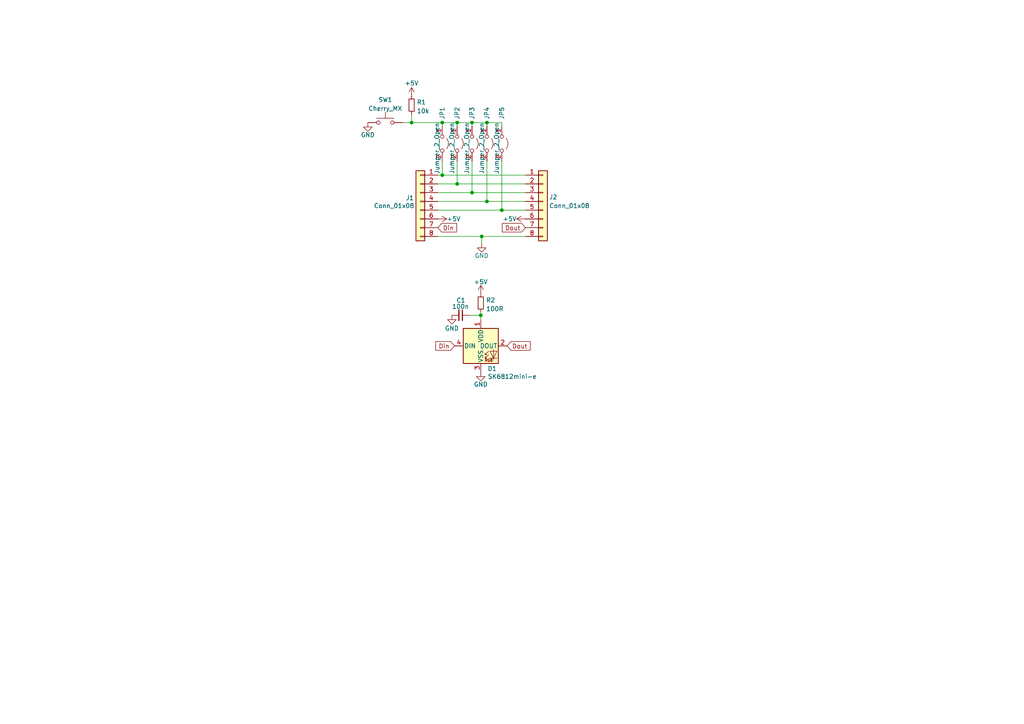
<source format=kicad_sch>
(kicad_sch (version 20211123) (generator eeschema)
  (paper "A4")
  (lib_symbols
    (symbol "Connector_Generic:Conn_01x08" (pin_names (offset 1.016) hide)
      (property "Reference" "J" (at 0 10.16 0))
      (property "Value" "Conn_01x08" (at 0 -12.7 0))
      (symbol "Conn_01x08_1_1"
        (rectangle (start -1.27 -10.033) (end 0 -10.287) (stroke (width 0.1524)))
        (rectangle (start -1.27 -7.493) (end 0 -7.747) (stroke (width 0.1524)))
        (rectangle (start -1.27 -4.953) (end 0 -5.207) (stroke (width 0.1524)))
        (rectangle (start -1.27 -2.413) (end 0 -2.667) (stroke (width 0.1524)))
        (rectangle (start -1.27 0.127) (end 0 -0.127) (stroke (width 0.1524)))
        (rectangle (start -1.27 2.667) (end 0 2.413) (stroke (width 0.1524)))
        (rectangle (start -1.27 5.207) (end 0 4.953) (stroke (width 0.1524)))
        (rectangle (start -1.27 7.747) (end 0 7.493) (stroke (width 0.1524)))
        (rectangle (start -1.27 8.89) (end 1.27 -11.43) (stroke (width 0.254)) (fill (type background)))
        (pin passive line (at -5.08 7.62 0) (length 3.81) (name "Pin_1") (number "1"))
        (pin passive line (at -5.08 5.08 0) (length 3.81) (name "Pin_2") (number "2"))
        (pin passive line (at -5.08 2.54 0) (length 3.81) (name "Pin_3") (number "3"))
        (pin passive line (at -5.08 0 0) (length 3.81) (name "Pin_4") (number "4"))
        (pin passive line (at -5.08 -2.54 0) (length 3.81) (name "Pin_5") (number "5"))
        (pin passive line (at -5.08 -5.08 0) (length 3.81) (name "Pin_6") (number "6"))
        (pin passive line (at -5.08 -7.62 0) (length 3.81) (name "Pin_7") (number "7"))
        (pin passive line (at -5.08 -10.16 0) (length 3.81) (name "Pin_8") (number "8"))
      )
    )
    (symbol "Device:C_Small" (pin_numbers hide) (pin_names (offset 0.254) hide)
      (property "Reference" "C" (at 0.254 1.778 0))
      (property "Value" "C_Small" (at 0.254 -2.032 0))
      (symbol "C_Small_0_1"
        (polyline (pts (xy -1.524 -0.508) (xy 1.524 -0.508)) (stroke (width 0.3302)))
        (polyline (pts (xy -1.524 0.508) (xy 1.524 0.508)) (stroke (width 0.3048)))
      )
      (symbol "C_Small_1_1"
        (pin passive line (at 0 2.54 270) (length 2.032) (name "~") (number "1"))
        (pin passive line (at 0 -2.54 90) (length 2.032) (name "~") (number "2"))
      )
    )
    (symbol "Device:R_Small" (pin_numbers hide) (pin_names (offset 0.254) hide)
      (property "Reference" "R" (at 0.762 0.508 0))
      (property "Value" "R_Small" (at 0.762 -1.016 0))
      (symbol "R_Small_0_1"
        (rectangle (start -0.762 1.778) (end 0.762 -1.778) (stroke (width 0.2032)))
      )
      (symbol "R_Small_1_1"
        (pin passive line (at 0 2.54 270) (length 0.762) (name "~") (number "1"))
        (pin passive line (at 0 -2.54 90) (length 0.762) (name "~") (number "2"))
      )
    )
    (symbol "Jumper:Jumper_2_Open" (pin_names (offset 0) hide)
      (property "Reference" "JP" (at 0 2.794 0))
      (property "Value" "Jumper_2_Open" (at 0 -2.286 0))
      (symbol "Jumper_2_Open_0_0"
        (circle (center -2.032 0) (radius 0.508))
        (circle (center 2.032 0) (radius 0.508))
      )
      (symbol "Jumper_2_Open_0_1"
        (arc (start 1.524 1.27) (mid 0 1.778) (end -1.524 1.27))
      )
      (symbol "Jumper_2_Open_1_1"
        (pin passive line (at -5.08 0 0) (length 2.54) (name "A") (number "1"))
        (pin passive line (at 5.08 0 180) (length 2.54) (name "B") (number "2"))
      )
    )
    (symbol "LED:WS2812B" (pin_names (offset 0.254))
      (property "Reference" "D" (at 5.08 5.715 0))
      (property "Value" "WS2812B" (at 1.27 -5.715 0))
      (symbol "WS2812B_0_0"
        (text "RGB" (at 2.286 -4.191 0) (effects (font (size 0.762 0.762))))
      )
      (symbol "WS2812B_0_1"
        (polyline (pts (xy 1.27 -3.556) (xy 1.778 -3.556)))
        (polyline (pts (xy 1.27 -2.54) (xy 1.778 -2.54)))
        (polyline (pts (xy 4.699 -3.556) (xy 2.667 -3.556)))
        (polyline (pts (xy 2.286 -2.54) (xy 1.27 -3.556) (xy 1.27 -3.048)))
        (polyline (pts (xy 2.286 -1.524) (xy 1.27 -2.54) (xy 1.27 -2.032)))
        (polyline (pts (xy 3.683 -1.016) (xy 3.683 -3.556) (xy 3.683 -4.064)))
        (polyline (pts (xy 4.699 -1.524) (xy 2.667 -1.524) (xy 3.683 -3.556) (xy 4.699 -1.524)))
        (rectangle (start 5.08 5.08) (end -5.08 -5.08) (stroke (width 0.254)) (fill (type background)))
      )
      (symbol "WS2812B_1_1"
        (pin power_in line (at 0 7.62 270) (length 2.54) (name "VDD") (number "1"))
        (pin output line (at 7.62 0 180) (length 2.54) (name "DOUT") (number "2"))
        (pin power_in line (at 0 -7.62 90) (length 2.54) (name "VSS") (number "3"))
        (pin input line (at -7.62 0 0) (length 2.54) (name "DIN") (number "4"))
      )
    )
    (symbol "Switch:SW_Push" (pin_numbers hide) (pin_names (offset 1.016) hide)
      (property "Reference" "SW" (at 1.27 2.54 0))
      (property "Value" "SW_Push" (at 0 -1.524 0))
      (symbol "SW_Push_0_1"
        (circle (center -2.032 0) (radius 0.508))
        (polyline (pts (xy 0 1.27) (xy 0 3.048)))
        (polyline (pts (xy 2.54 1.27) (xy -2.54 1.27)))
        (circle (center 2.032 0) (radius 0.508))
        (pin passive line (at -5.08 0 0) (length 2.54) (name "1") (number "1"))
        (pin passive line (at 5.08 0 180) (length 2.54) (name "2") (number "2"))
      )
    )
    (symbol "power:+5V" (power) (pin_names (offset 0))
      (property "Value" "+5V" (at 0 3.556 0))
      (symbol "+5V_0_1"
        (polyline (pts (xy -0.762 1.27) (xy 0 2.54)))
        (polyline (pts (xy 0 0) (xy 0 2.54)))
        (polyline (pts (xy 0 2.54) (xy 0.762 1.27)))
      )
      (symbol "+5V_1_1"
        (pin power_in line (at 0 0 90) (length 0) hide (name "+5V") (number "1"))
      )
    )
    (symbol "power:GND" (power) (pin_names (offset 0))
      (property "Value" "GND" (at 0 -3.81 0))
      (symbol "GND_0_1"
        (polyline (pts (xy 0 0) (xy 0 -1.27) (xy 1.27 -1.27) (xy 0 -2.54) (xy -1.27 -1.27) (xy 0 -1.27)))
      )
      (symbol "GND_1_1"
        (pin power_in line (at 0 0 270) (length 0) hide (name "GND") (number "1"))
      )
    )
  )
  (junction (at 136.906 55.88))
  (junction (at 132.588 53.34))
  (junction (at 128.27 35.56))
  (junction (at 119.38 35.56))
  (junction (at 132.588 35.56))
  (junction (at 145.542 60.96))
  (junction (at 128.27 50.8))
  (junction (at 136.906 35.56))
  (junction (at 141.224 58.42))
  (junction (at 139.7 68.58))
  (junction (at 141.224 35.56))
  (junction (at 139.446 91.44))
  (wire (pts (xy 127 50.8) (xy 128.27 50.8)))
  (wire (pts (xy 128.27 46.736) (xy 128.27 50.8)))
  (wire (pts (xy 145.542 46.736) (xy 145.542 60.96)))
  (wire (pts (xy 141.224 46.736) (xy 141.224 58.42)))
  (wire (pts (xy 141.224 58.42) (xy 152.4 58.42)))
  (wire (pts (xy 132.588 46.736) (xy 132.588 53.34)))
  (wire (pts (xy 136.906 46.736) (xy 136.906 55.88)))
  (wire (pts (xy 141.224 35.56) (xy 141.224 36.576)))
  (wire (pts (xy 127 60.96) (xy 145.542 60.96)))
  (wire (pts (xy 127 58.42) (xy 141.224 58.42)))
  (wire (pts (xy 127 53.34) (xy 132.588 53.34)))
  (wire (pts (xy 141.224 35.56) (xy 136.906 35.56)))
  (wire (pts (xy 128.27 35.56) (xy 119.38 35.56)))
  (wire (pts (xy 132.588 35.56) (xy 132.588 36.576)))
  (wire (pts (xy 127 55.88) (xy 136.906 55.88)))
  (wire (pts (xy 136.906 55.88) (xy 152.4 55.88)))
  (wire (pts (xy 139.7 68.58) (xy 139.7 70.612)))
  (wire (pts (xy 136.906 35.56) (xy 136.906 36.576)))
  (wire (pts (xy 145.542 36.576) (xy 145.542 35.56)))
  (wire (pts (xy 145.542 60.96) (xy 152.4 60.96)))
  (wire (pts (xy 145.542 35.56) (xy 141.224 35.56)))
  (wire (pts (xy 127 68.58) (xy 139.7 68.58)))
  (wire (pts (xy 119.38 33.02) (xy 119.38 35.56)))
  (wire (pts (xy 132.588 53.34) (xy 152.4 53.34)))
  (wire (pts (xy 128.27 35.56) (xy 128.27 36.576)))
  (wire (pts (xy 119.38 35.56) (xy 116.84 35.56)))
  (wire (pts (xy 139.446 90.424) (xy 139.446 91.44)))
  (wire (pts (xy 139.446 91.44) (xy 139.446 92.71)))
  (wire (pts (xy 136.144 91.44) (xy 139.446 91.44)))
  (wire (pts (xy 128.27 50.8) (xy 152.4 50.8)))
  (wire (pts (xy 132.588 35.56) (xy 128.27 35.56)))
  (wire (pts (xy 136.906 35.56) (xy 132.588 35.56)))
  (wire (pts (xy 139.7 68.58) (xy 152.4 68.58)))
  (global_label "Dout" (shape input) (at 152.4 66.04 180) (property "Intersheet References" "${INTERSHEET_REFS}" (effects hide)))
  (global_label "Din" (shape input) (at 127 66.04 0) (property "Intersheet References" "${INTERSHEET_REFS}" (effects hide)))
  (global_label "Din" (shape input) (at 131.826 100.33 180) (property "Intersheet References" "${INTERSHEET_REFS}" (effects hide)))
  (global_label "Dout" (shape input) (at 147.066 100.33 0) (property "Intersheet References" "${INTERSHEET_REFS}" (effects hide)))
  (symbol (lib_id "Connector_Generic:Conn_01x08") (at 157.48 58.42 0) (unit 1)
    (property "Reference" "J2" (at 159.258 57.15 0) (effects (justify left)))
    (property "Value" "Conn_01x08" (at 159.258 59.69 0) (effects (justify left)))
    (property "Footprint" "Connector_FFC-FPC:JUSHUO AFC11-S08ICC-00" (effects hide))
    (property "LCSC" "C262301" (effects hide))
  )
  (symbol (lib_id "power:+5V") (at 119.38 27.94 0) (mirror y) (unit 1)
    (property "Reference" "#PWR0107" (effects hide))
    (property "Value" "+5V" (at 119.38 24.13 0))
  )
  (symbol (lib_id "power:GND") (at 139.7 70.612 0) (unit 1)
    (property "Reference" "#PWR0101" (effects hide))
    (property "Value" "GND" (at 139.7 74.168 0))
  )
  (symbol (lib_id "Device:R_Small") (at 119.38 30.48 0) (unit 1)
    (property "Reference" "R1" (at 120.8786 29.6453 0) (effects (justify left)))
    (property "Value" "10k" (at 120.8786 32.1822 0) (effects (justify left)))
    (property "Footprint" "Resistor_SMD:R_0402_1005Metric" (effects hide))
    (property "LCSC" "C144807" (effects hide))
  )
  (symbol (lib_id "Connector_Generic:Conn_01x08") (at 121.92 58.42 0) (mirror y) (unit 1)
    (property "Reference" "J1" (at 118.872 57.404 0))
    (property "Value" "Conn_01x08" (at 114.3 59.69 0))
    (property "Footprint" "Connector_FFC-FPC:JUSHUO AFC11-S08ICC-00" (effects hide))
    (property "LCSC" "C262301" (effects hide))
  )
  (symbol (lib_id "power:GND") (at 106.68 35.56 0) (unit 1)
    (property "Reference" "#PWR0106" (effects hide))
    (property "Value" "GND" (at 106.68 39.116 0))
  )
  (symbol (lib_id "power:+5V") (at 139.446 85.344 0) (unit 1)
    (property "Reference" "#PWR0103" (effects hide))
    (property "Value" "+5V" (at 139.446 81.7682 0))
  )
  (symbol (lib_id "Jumper:Jumper_2_Open") (at 141.224 41.656 270) (unit 1) (in_bom no)
    (property "Reference" "JP4" (at 141.224 30.988 0) (effects (justify left)))
    (property "Value" "Jumper_2_Open" (at 139.7 35.56 0) (effects (justify left)))
    (property "Footprint" "Jumper:SolderJumper-2_P1.3mm_Open_Pad1.0x1.5mm" (effects hide))
  )
  (symbol (lib_id "Device:C_Small") (at 133.604 91.44 270) (mirror x) (unit 1)
    (property "Reference" "C1" (at 132.334 87.122 90) (effects (justify left)))
    (property "Value" "100n" (at 131.064 88.9 90) (effects (justify left)))
    (property "Footprint" "Capacitor_SMD:C_0402_1005Metric" (effects hide))
    (property "LCSC" "C60474" (effects hide))
  )
  (symbol (lib_id "power:+5V") (at 152.4 63.5 90) (unit 1)
    (property "Reference" "#PWR0105" (effects hide))
    (property "Value" "+5V" (at 149.86 63.5 90) (effects (justify left)))
  )
  (symbol (lib_id "Jumper:Jumper_2_Open") (at 145.542 41.656 270) (unit 1) (in_bom no)
    (property "Reference" "JP5" (at 145.542 30.988 0) (effects (justify left)))
    (property "Value" "Jumper_2_Open" (at 144.018 35.56 0) (effects (justify left)))
    (property "Footprint" "Jumper:SolderJumper-2_P1.3mm_Open_Pad1.0x1.5mm" (effects hide))
  )
  (symbol (lib_id "Jumper:Jumper_2_Open") (at 136.906 41.656 270) (unit 1) (in_bom no)
    (property "Reference" "JP3" (at 136.906 30.988 0) (effects (justify left)))
    (property "Value" "Jumper_2_Open" (at 135.382 35.56 0) (effects (justify left)))
    (property "Footprint" "Jumper:SolderJumper-2_P1.3mm_Open_Pad1.0x1.5mm" (effects hide))
  )
  (symbol (lib_id "Switch:SW_Push") (at 111.76 35.56 0) (mirror y) (unit 1) (in_bom no)
    (property "Reference" "SW1" (at 111.76 28.9392 0))
    (property "Value" "Cherry_MX" (at 111.76 31.4761 0))
    (property "Footprint" "Button_Switch_Keyboard:SW_Cherry_MX_1.00u_PCB" (effects hide))
  )
  (symbol (lib_id "power:+5V") (at 127 63.5 270) (unit 1)
    (property "Reference" "#PWR0102" (effects hide))
    (property "Value" "+5V" (at 129.54 63.5 90) (effects (justify left)))
  )
  (symbol (lib_id "Jumper:Jumper_2_Open") (at 128.27 41.656 270) (unit 1) (in_bom no)
    (property "Reference" "JP1" (at 128.27 30.988 0) (effects (justify left)))
    (property "Value" "Jumper_2_Open" (at 126.746 35.56 0) (effects (justify left)))
    (property "Footprint" "Jumper:SolderJumper-2_P1.3mm_Open_Pad1.0x1.5mm" (effects hide))
  )
  (symbol (lib_id "power:GND") (at 139.446 107.95 0) (unit 1)
    (property "Reference" "#PWR0104" (effects hide))
    (property "Value" "GND" (at 139.446 111.506 0))
  )
  (symbol (lib_id "power:GND") (at 131.064 91.44 0) (mirror y) (unit 1)
    (property "Reference" "#PWR0108" (effects hide))
    (property "Value" "GND" (at 131.064 95.25 0))
  )
  (symbol (lib_id "LED:WS2812B") (at 139.446 100.33 0) (unit 1)
    (property "Reference" "D1" (at 142.748 106.934 0))
    (property "Value" "SK6812mini-e" (at 148.59 109.22 0))
    (property "Footprint" "LED_SMD:SK6812MINI-E" (effects hide))
    (property "Datasheet" "https://www.adafruit.com/product/4960" (effects hide))
    (property "LCSC" "C784561" (effects hide))
  )
  (symbol (lib_id "Jumper:Jumper_2_Open") (at 132.588 41.656 270) (unit 1) (in_bom no)
    (property "Reference" "JP2" (at 132.588 30.988 0) (effects (justify left)))
    (property "Value" "Jumper_2_Open" (at 131.064 35.56 0) (effects (justify left)))
    (property "Footprint" "Jumper:SolderJumper-2_P1.3mm_Open_Pad1.0x1.5mm" (effects hide))
  )
  (symbol (lib_id "Device:R_Small") (at 139.446 87.884 0) (unit 1)
    (property "Reference" "R2" (at 140.9446 87.0493 0) (effects (justify left)))
    (property "Value" "100R" (at 140.9446 89.5862 0) (effects (justify left)))
    (property "Footprint" "Resistor_SMD:R_0402_1005Metric" (effects hide))
    (property "LCSC" "C25076" (effects hide))
  )
)
</source>
